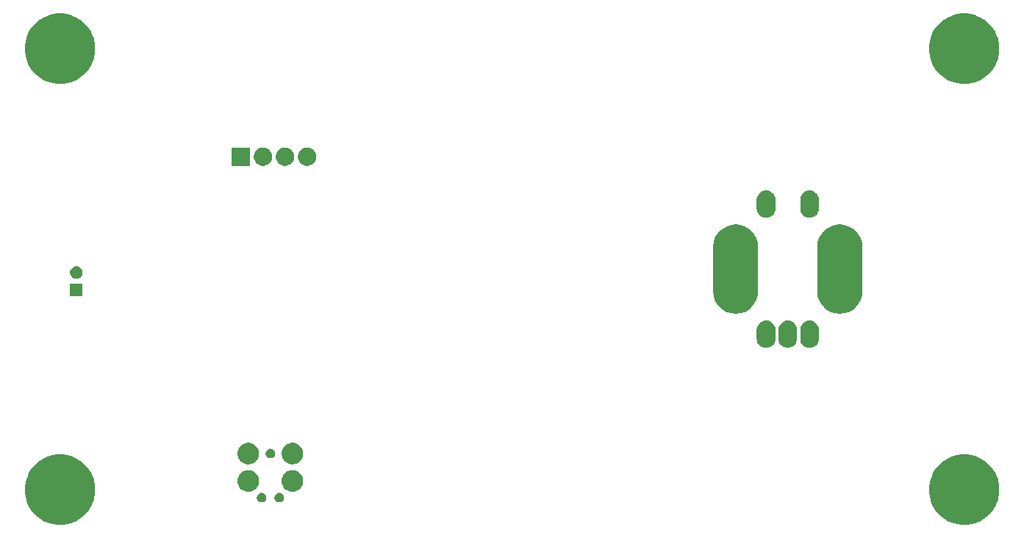
<source format=gbr>
G04 #@! TF.GenerationSoftware,KiCad,Pcbnew,5.1.2-5.1.2*
G04 #@! TF.CreationDate,2019-04-30T10:28:01-04:00*
G04 #@! TF.ProjectId,Controlpanel,436f6e74-726f-46c7-9061-6e656c2e6b69,rev?*
G04 #@! TF.SameCoordinates,Original*
G04 #@! TF.FileFunction,Soldermask,Bot*
G04 #@! TF.FilePolarity,Negative*
%FSLAX46Y46*%
G04 Gerber Fmt 4.6, Leading zero omitted, Abs format (unit mm)*
G04 Created by KiCad (PCBNEW 5.1.2-5.1.2) date 2019-04-30 10:28:01*
%MOMM*%
%LPD*%
G04 APERTURE LIST*
%ADD10C,0.100000*%
G04 APERTURE END LIST*
D10*
G36*
X262801632Y-102784677D02*
G01*
X262989858Y-102862643D01*
X263538868Y-103090050D01*
X264202362Y-103533383D01*
X264766617Y-104097638D01*
X265209950Y-104761132D01*
X265351462Y-105102774D01*
X265515323Y-105498368D01*
X265671000Y-106281010D01*
X265671000Y-107078990D01*
X265515323Y-107861632D01*
X265450247Y-108018739D01*
X265209950Y-108598868D01*
X264766617Y-109262362D01*
X264202362Y-109826617D01*
X263538868Y-110269950D01*
X263107005Y-110448833D01*
X262801632Y-110575323D01*
X262018990Y-110731000D01*
X261221010Y-110731000D01*
X260438368Y-110575323D01*
X260132995Y-110448833D01*
X259701132Y-110269950D01*
X259037638Y-109826617D01*
X258473383Y-109262362D01*
X258030050Y-108598868D01*
X257789753Y-108018739D01*
X257724677Y-107861632D01*
X257569000Y-107078990D01*
X257569000Y-106281010D01*
X257724677Y-105498368D01*
X257888538Y-105102774D01*
X258030050Y-104761132D01*
X258473383Y-104097638D01*
X259037638Y-103533383D01*
X259701132Y-103090050D01*
X260250142Y-102862643D01*
X260438368Y-102784677D01*
X261221010Y-102629000D01*
X262018990Y-102629000D01*
X262801632Y-102784677D01*
X262801632Y-102784677D01*
G37*
G36*
X158661632Y-102784677D02*
G01*
X158849858Y-102862643D01*
X159398868Y-103090050D01*
X160062362Y-103533383D01*
X160626617Y-104097638D01*
X161069950Y-104761132D01*
X161211462Y-105102774D01*
X161375323Y-105498368D01*
X161531000Y-106281010D01*
X161531000Y-107078990D01*
X161375323Y-107861632D01*
X161310247Y-108018739D01*
X161069950Y-108598868D01*
X160626617Y-109262362D01*
X160062362Y-109826617D01*
X159398868Y-110269950D01*
X158967005Y-110448833D01*
X158661632Y-110575323D01*
X157878990Y-110731000D01*
X157081010Y-110731000D01*
X156298368Y-110575323D01*
X155992995Y-110448833D01*
X155561132Y-110269950D01*
X154897638Y-109826617D01*
X154333383Y-109262362D01*
X153890050Y-108598868D01*
X153649753Y-108018739D01*
X153584677Y-107861632D01*
X153429000Y-107078990D01*
X153429000Y-106281010D01*
X153584677Y-105498368D01*
X153748538Y-105102774D01*
X153890050Y-104761132D01*
X154333383Y-104097638D01*
X154897638Y-103533383D01*
X155561132Y-103090050D01*
X156110142Y-102862643D01*
X156298368Y-102784677D01*
X157081010Y-102629000D01*
X157878990Y-102629000D01*
X158661632Y-102784677D01*
X158661632Y-102784677D01*
G37*
G36*
X180802178Y-107058597D02*
G01*
X180854950Y-107069094D01*
X180954370Y-107110275D01*
X181043846Y-107170061D01*
X181119939Y-107246154D01*
X181179725Y-107335630D01*
X181220906Y-107435050D01*
X181241900Y-107540594D01*
X181241900Y-107648206D01*
X181220906Y-107753750D01*
X181179725Y-107853170D01*
X181119939Y-107942646D01*
X181043846Y-108018739D01*
X180954370Y-108078525D01*
X180854950Y-108119706D01*
X180802178Y-108130203D01*
X180749407Y-108140700D01*
X180641793Y-108140700D01*
X180589022Y-108130203D01*
X180536250Y-108119706D01*
X180436830Y-108078525D01*
X180347354Y-108018739D01*
X180271261Y-107942646D01*
X180211475Y-107853170D01*
X180170294Y-107753750D01*
X180149300Y-107648206D01*
X180149300Y-107540594D01*
X180170294Y-107435050D01*
X180211475Y-107335630D01*
X180271261Y-107246154D01*
X180347354Y-107170061D01*
X180436830Y-107110275D01*
X180536250Y-107069094D01*
X180589022Y-107058597D01*
X180641793Y-107048100D01*
X180749407Y-107048100D01*
X180802178Y-107058597D01*
X180802178Y-107058597D01*
G37*
G36*
X182834178Y-107058597D02*
G01*
X182886950Y-107069094D01*
X182986370Y-107110275D01*
X183075846Y-107170061D01*
X183151939Y-107246154D01*
X183211725Y-107335630D01*
X183252906Y-107435050D01*
X183273900Y-107540594D01*
X183273900Y-107648206D01*
X183252906Y-107753750D01*
X183211725Y-107853170D01*
X183151939Y-107942646D01*
X183075846Y-108018739D01*
X182986370Y-108078525D01*
X182886950Y-108119706D01*
X182834178Y-108130203D01*
X182781407Y-108140700D01*
X182673793Y-108140700D01*
X182621022Y-108130203D01*
X182568250Y-108119706D01*
X182468830Y-108078525D01*
X182379354Y-108018739D01*
X182303261Y-107942646D01*
X182243475Y-107853170D01*
X182202294Y-107753750D01*
X182181300Y-107648206D01*
X182181300Y-107540594D01*
X182202294Y-107435050D01*
X182243475Y-107335630D01*
X182303261Y-107246154D01*
X182379354Y-107170061D01*
X182468830Y-107110275D01*
X182568250Y-107069094D01*
X182621022Y-107058597D01*
X182673793Y-107048100D01*
X182781407Y-107048100D01*
X182834178Y-107058597D01*
X182834178Y-107058597D01*
G37*
G36*
X184493210Y-104474747D02*
G01*
X184612842Y-104498543D01*
X184838226Y-104591900D01*
X185041066Y-104727433D01*
X185213567Y-104899934D01*
X185349100Y-105102774D01*
X185442457Y-105328158D01*
X185490050Y-105567423D01*
X185490050Y-105811377D01*
X185442457Y-106050642D01*
X185349100Y-106276026D01*
X185213567Y-106478866D01*
X185041066Y-106651367D01*
X184838226Y-106786900D01*
X184612842Y-106880257D01*
X184493210Y-106904053D01*
X184373578Y-106927850D01*
X184129622Y-106927850D01*
X184009990Y-106904053D01*
X183890358Y-106880257D01*
X183664974Y-106786900D01*
X183462134Y-106651367D01*
X183289633Y-106478866D01*
X183154100Y-106276026D01*
X183060743Y-106050642D01*
X183013150Y-105811377D01*
X183013150Y-105567423D01*
X183060743Y-105328158D01*
X183154100Y-105102774D01*
X183289633Y-104899934D01*
X183462134Y-104727433D01*
X183664974Y-104591900D01*
X183890358Y-104498543D01*
X184009990Y-104474747D01*
X184129622Y-104450950D01*
X184373578Y-104450950D01*
X184493210Y-104474747D01*
X184493210Y-104474747D01*
G37*
G36*
X179413210Y-104474747D02*
G01*
X179532842Y-104498543D01*
X179758226Y-104591900D01*
X179961066Y-104727433D01*
X180133567Y-104899934D01*
X180269100Y-105102774D01*
X180362457Y-105328158D01*
X180410050Y-105567423D01*
X180410050Y-105811377D01*
X180362457Y-106050642D01*
X180269100Y-106276026D01*
X180133567Y-106478866D01*
X179961066Y-106651367D01*
X179758226Y-106786900D01*
X179532842Y-106880257D01*
X179413210Y-106904053D01*
X179293578Y-106927850D01*
X179049622Y-106927850D01*
X178929990Y-106904053D01*
X178810358Y-106880257D01*
X178584974Y-106786900D01*
X178382134Y-106651367D01*
X178209633Y-106478866D01*
X178074100Y-106276026D01*
X177980743Y-106050642D01*
X177933150Y-105811377D01*
X177933150Y-105567423D01*
X177980743Y-105328158D01*
X178074100Y-105102774D01*
X178209633Y-104899934D01*
X178382134Y-104727433D01*
X178584974Y-104591900D01*
X178810358Y-104498543D01*
X178929990Y-104474747D01*
X179049622Y-104450950D01*
X179293578Y-104450950D01*
X179413210Y-104474747D01*
X179413210Y-104474747D01*
G37*
G36*
X184493209Y-101299746D02*
G01*
X184612842Y-101323543D01*
X184838226Y-101416900D01*
X185041066Y-101552433D01*
X185213567Y-101724934D01*
X185349100Y-101927774D01*
X185442457Y-102153158D01*
X185490050Y-102392423D01*
X185490050Y-102636377D01*
X185442457Y-102875642D01*
X185391558Y-102998524D01*
X185353647Y-103090050D01*
X185349100Y-103101026D01*
X185213567Y-103303866D01*
X185041066Y-103476367D01*
X184838226Y-103611900D01*
X184612842Y-103705257D01*
X184493210Y-103729053D01*
X184373578Y-103752850D01*
X184129622Y-103752850D01*
X184009990Y-103729053D01*
X183890358Y-103705257D01*
X183664974Y-103611900D01*
X183462134Y-103476367D01*
X183289633Y-103303866D01*
X183154100Y-103101026D01*
X183149554Y-103090050D01*
X183111642Y-102998524D01*
X183060743Y-102875642D01*
X183013150Y-102636377D01*
X183013150Y-102392423D01*
X183060743Y-102153158D01*
X183154100Y-101927774D01*
X183289633Y-101724934D01*
X183462134Y-101552433D01*
X183664974Y-101416900D01*
X183890358Y-101323543D01*
X184009990Y-101299747D01*
X184129622Y-101275950D01*
X184373578Y-101275950D01*
X184493209Y-101299746D01*
X184493209Y-101299746D01*
G37*
G36*
X179413209Y-101299746D02*
G01*
X179532842Y-101323543D01*
X179758226Y-101416900D01*
X179961066Y-101552433D01*
X180133567Y-101724934D01*
X180269100Y-101927774D01*
X180362457Y-102153158D01*
X180410050Y-102392423D01*
X180410050Y-102636377D01*
X180362457Y-102875642D01*
X180311558Y-102998524D01*
X180273647Y-103090050D01*
X180269100Y-103101026D01*
X180133567Y-103303866D01*
X179961066Y-103476367D01*
X179758226Y-103611900D01*
X179532842Y-103705257D01*
X179413210Y-103729053D01*
X179293578Y-103752850D01*
X179049622Y-103752850D01*
X178929990Y-103729053D01*
X178810358Y-103705257D01*
X178584974Y-103611900D01*
X178382134Y-103476367D01*
X178209633Y-103303866D01*
X178074100Y-103101026D01*
X178069554Y-103090050D01*
X178031642Y-102998524D01*
X177980743Y-102875642D01*
X177933150Y-102636377D01*
X177933150Y-102392423D01*
X177980743Y-102153158D01*
X178074100Y-101927774D01*
X178209633Y-101724934D01*
X178382134Y-101552433D01*
X178584974Y-101416900D01*
X178810358Y-101323543D01*
X178929990Y-101299747D01*
X179049622Y-101275950D01*
X179293578Y-101275950D01*
X179413209Y-101299746D01*
X179413209Y-101299746D01*
G37*
G36*
X181818178Y-101978597D02*
G01*
X181870950Y-101989094D01*
X181970370Y-102030275D01*
X182059846Y-102090061D01*
X182135939Y-102166154D01*
X182195725Y-102255630D01*
X182236906Y-102355050D01*
X182257900Y-102460594D01*
X182257900Y-102568206D01*
X182236906Y-102673750D01*
X182195725Y-102773170D01*
X182135939Y-102862646D01*
X182059846Y-102938739D01*
X181970370Y-102998525D01*
X181870950Y-103039706D01*
X181818178Y-103050203D01*
X181765407Y-103060700D01*
X181657793Y-103060700D01*
X181605022Y-103050203D01*
X181552250Y-103039706D01*
X181452830Y-102998525D01*
X181363354Y-102938739D01*
X181287261Y-102862646D01*
X181227475Y-102773170D01*
X181186294Y-102673750D01*
X181165300Y-102568206D01*
X181165300Y-102460594D01*
X181186294Y-102355050D01*
X181227475Y-102255630D01*
X181287261Y-102166154D01*
X181363354Y-102090061D01*
X181452830Y-102030275D01*
X181552250Y-101989094D01*
X181605022Y-101978597D01*
X181657793Y-101968100D01*
X181765407Y-101968100D01*
X181818178Y-101978597D01*
X181818178Y-101978597D01*
G37*
G36*
X239009167Y-87220439D02*
G01*
X239210298Y-87281451D01*
X239395661Y-87380530D01*
X239558133Y-87513867D01*
X239618236Y-87587102D01*
X239691471Y-87676339D01*
X239744682Y-87775890D01*
X239790549Y-87861701D01*
X239851561Y-88062832D01*
X239867000Y-88219589D01*
X239867000Y-89340411D01*
X239851561Y-89497168D01*
X239790549Y-89698299D01*
X239744682Y-89784110D01*
X239691471Y-89883661D01*
X239558133Y-90046133D01*
X239395661Y-90179471D01*
X239296110Y-90232682D01*
X239210299Y-90278549D01*
X239009168Y-90339561D01*
X238800000Y-90360162D01*
X238590833Y-90339561D01*
X238389702Y-90278549D01*
X238303891Y-90232682D01*
X238204340Y-90179471D01*
X238041868Y-90046133D01*
X237908530Y-89883660D01*
X237855024Y-89783558D01*
X237809452Y-89698299D01*
X237748439Y-89497168D01*
X237733000Y-89340411D01*
X237733000Y-88219590D01*
X237748439Y-88062833D01*
X237809451Y-87861702D01*
X237908530Y-87676339D01*
X238041867Y-87513867D01*
X238115102Y-87453764D01*
X238204339Y-87380529D01*
X238303890Y-87327318D01*
X238389701Y-87281451D01*
X238590832Y-87220439D01*
X238800000Y-87199838D01*
X239009167Y-87220439D01*
X239009167Y-87220439D01*
G37*
G36*
X244009167Y-87220439D02*
G01*
X244210298Y-87281451D01*
X244395661Y-87380530D01*
X244558133Y-87513867D01*
X244618236Y-87587102D01*
X244691471Y-87676339D01*
X244744682Y-87775890D01*
X244790549Y-87861701D01*
X244851561Y-88062832D01*
X244867000Y-88219589D01*
X244867000Y-89340411D01*
X244851561Y-89497168D01*
X244790549Y-89698299D01*
X244744682Y-89784110D01*
X244691471Y-89883661D01*
X244558133Y-90046133D01*
X244395661Y-90179471D01*
X244296110Y-90232682D01*
X244210299Y-90278549D01*
X244009168Y-90339561D01*
X243800000Y-90360162D01*
X243590833Y-90339561D01*
X243389702Y-90278549D01*
X243303891Y-90232682D01*
X243204340Y-90179471D01*
X243041868Y-90046133D01*
X242908530Y-89883660D01*
X242855024Y-89783558D01*
X242809452Y-89698299D01*
X242748439Y-89497168D01*
X242733000Y-89340411D01*
X242733000Y-88219590D01*
X242748439Y-88062833D01*
X242809451Y-87861702D01*
X242908530Y-87676339D01*
X243041867Y-87513867D01*
X243115102Y-87453764D01*
X243204339Y-87380529D01*
X243303890Y-87327318D01*
X243389701Y-87281451D01*
X243590832Y-87220439D01*
X243800000Y-87199838D01*
X244009167Y-87220439D01*
X244009167Y-87220439D01*
G37*
G36*
X241509167Y-87220439D02*
G01*
X241710298Y-87281451D01*
X241895661Y-87380530D01*
X242058133Y-87513867D01*
X242118236Y-87587102D01*
X242191471Y-87676339D01*
X242244682Y-87775890D01*
X242290549Y-87861701D01*
X242351561Y-88062832D01*
X242367000Y-88219589D01*
X242367000Y-89340411D01*
X242351561Y-89497168D01*
X242290549Y-89698299D01*
X242244682Y-89784110D01*
X242191471Y-89883661D01*
X242058133Y-90046133D01*
X241895661Y-90179471D01*
X241796110Y-90232682D01*
X241710299Y-90278549D01*
X241509168Y-90339561D01*
X241300000Y-90360162D01*
X241090833Y-90339561D01*
X240889702Y-90278549D01*
X240803891Y-90232682D01*
X240704340Y-90179471D01*
X240541868Y-90046133D01*
X240408530Y-89883660D01*
X240355024Y-89783558D01*
X240309452Y-89698299D01*
X240248439Y-89497168D01*
X240233000Y-89340411D01*
X240233000Y-88219590D01*
X240248439Y-88062833D01*
X240309451Y-87861702D01*
X240408530Y-87676339D01*
X240541867Y-87513867D01*
X240615102Y-87453764D01*
X240704339Y-87380529D01*
X240803890Y-87327318D01*
X240889701Y-87281451D01*
X241090832Y-87220439D01*
X241300000Y-87199838D01*
X241509167Y-87220439D01*
X241509167Y-87220439D01*
G37*
G36*
X247807924Y-76186490D02*
G01*
X248296329Y-76334646D01*
X248296332Y-76334647D01*
X248746445Y-76575238D01*
X248746447Y-76575239D01*
X248746446Y-76575239D01*
X249140978Y-76899022D01*
X249415529Y-77233563D01*
X249464762Y-77293554D01*
X249705353Y-77743667D01*
X249705353Y-77743668D01*
X249705354Y-77743670D01*
X249853510Y-78232075D01*
X249891000Y-78612719D01*
X249891000Y-83947281D01*
X249853510Y-84327925D01*
X249705354Y-84816330D01*
X249705353Y-84816333D01*
X249464762Y-85266446D01*
X249140978Y-85660978D01*
X248746446Y-85984762D01*
X248296333Y-86225353D01*
X248296330Y-86225354D01*
X247807925Y-86373510D01*
X247300000Y-86423536D01*
X246792076Y-86373510D01*
X246303671Y-86225354D01*
X246303668Y-86225353D01*
X245853555Y-85984762D01*
X245459023Y-85660978D01*
X245135239Y-85266446D01*
X244894648Y-84816333D01*
X244894647Y-84816330D01*
X244746491Y-84327925D01*
X244709001Y-83947281D01*
X244709000Y-78612720D01*
X244746490Y-78232076D01*
X244894646Y-77743671D01*
X244894647Y-77743668D01*
X245135238Y-77293555D01*
X245193300Y-77222806D01*
X245459022Y-76899022D01*
X245853553Y-76575239D01*
X245853552Y-76575239D01*
X245853554Y-76575238D01*
X246303667Y-76334647D01*
X246303670Y-76334646D01*
X246792075Y-76186490D01*
X247300000Y-76136464D01*
X247807924Y-76186490D01*
X247807924Y-76186490D01*
G37*
G36*
X235807924Y-76186490D02*
G01*
X236296329Y-76334646D01*
X236296332Y-76334647D01*
X236746445Y-76575238D01*
X236746447Y-76575239D01*
X236746446Y-76575239D01*
X237140978Y-76899022D01*
X237415529Y-77233563D01*
X237464762Y-77293554D01*
X237705353Y-77743667D01*
X237705353Y-77743668D01*
X237705354Y-77743670D01*
X237853510Y-78232075D01*
X237891000Y-78612719D01*
X237891000Y-83947281D01*
X237853510Y-84327925D01*
X237705354Y-84816330D01*
X237705353Y-84816333D01*
X237464762Y-85266446D01*
X237140978Y-85660978D01*
X236746446Y-85984762D01*
X236296333Y-86225353D01*
X236296330Y-86225354D01*
X235807925Y-86373510D01*
X235300000Y-86423536D01*
X234792076Y-86373510D01*
X234303671Y-86225354D01*
X234303668Y-86225353D01*
X233853555Y-85984762D01*
X233459023Y-85660978D01*
X233135239Y-85266446D01*
X232894648Y-84816333D01*
X232894647Y-84816330D01*
X232746491Y-84327925D01*
X232709001Y-83947281D01*
X232709000Y-78612720D01*
X232746490Y-78232076D01*
X232894646Y-77743671D01*
X232894647Y-77743668D01*
X233135238Y-77293555D01*
X233193300Y-77222806D01*
X233459022Y-76899022D01*
X233853553Y-76575239D01*
X233853552Y-76575239D01*
X233853554Y-76575238D01*
X234303667Y-76334647D01*
X234303670Y-76334646D01*
X234792075Y-76186490D01*
X235300000Y-76136464D01*
X235807924Y-76186490D01*
X235807924Y-76186490D01*
G37*
G36*
X160085600Y-84393600D02*
G01*
X158633600Y-84393600D01*
X158633600Y-82941600D01*
X160085600Y-82941600D01*
X160085600Y-84393600D01*
X160085600Y-84393600D01*
G37*
G36*
X159430813Y-80945102D02*
G01*
X159501921Y-80952105D01*
X159638772Y-80993619D01*
X159638775Y-80993620D01*
X159764894Y-81061032D01*
X159875443Y-81151757D01*
X159966168Y-81262306D01*
X160033580Y-81388425D01*
X160033581Y-81388428D01*
X160075095Y-81525279D01*
X160089112Y-81667600D01*
X160075095Y-81809921D01*
X160033581Y-81946772D01*
X160033580Y-81946775D01*
X159966168Y-82072894D01*
X159875443Y-82183443D01*
X159764894Y-82274168D01*
X159638775Y-82341580D01*
X159638772Y-82341581D01*
X159501921Y-82383095D01*
X159430813Y-82390098D01*
X159395260Y-82393600D01*
X159323940Y-82393600D01*
X159288387Y-82390098D01*
X159217279Y-82383095D01*
X159080428Y-82341581D01*
X159080425Y-82341580D01*
X158954306Y-82274168D01*
X158843757Y-82183443D01*
X158753032Y-82072894D01*
X158685620Y-81946775D01*
X158685619Y-81946772D01*
X158644105Y-81809921D01*
X158630088Y-81667600D01*
X158644105Y-81525279D01*
X158685619Y-81388428D01*
X158685620Y-81388425D01*
X158753032Y-81262306D01*
X158843757Y-81151757D01*
X158954306Y-81061032D01*
X159080425Y-80993620D01*
X159080428Y-80993619D01*
X159217279Y-80952105D01*
X159288387Y-80945102D01*
X159323940Y-80941600D01*
X159395260Y-80941600D01*
X159430813Y-80945102D01*
X159430813Y-80945102D01*
G37*
G36*
X244009167Y-72220439D02*
G01*
X244210298Y-72281451D01*
X244395661Y-72380530D01*
X244558133Y-72513867D01*
X244618236Y-72587102D01*
X244691471Y-72676339D01*
X244744682Y-72775890D01*
X244790549Y-72861701D01*
X244851561Y-73062832D01*
X244867000Y-73219589D01*
X244867000Y-74340411D01*
X244851561Y-74497168D01*
X244790549Y-74698299D01*
X244744682Y-74784110D01*
X244691471Y-74883661D01*
X244558133Y-75046133D01*
X244395661Y-75179471D01*
X244296110Y-75232682D01*
X244210299Y-75278549D01*
X244009168Y-75339561D01*
X243800000Y-75360162D01*
X243590833Y-75339561D01*
X243389702Y-75278549D01*
X243303891Y-75232682D01*
X243204340Y-75179471D01*
X243041868Y-75046133D01*
X242908530Y-74883660D01*
X242855024Y-74783558D01*
X242809452Y-74698299D01*
X242748439Y-74497168D01*
X242733000Y-74340411D01*
X242733000Y-73219590D01*
X242748439Y-73062833D01*
X242809451Y-72861702D01*
X242908530Y-72676339D01*
X243041867Y-72513867D01*
X243115102Y-72453764D01*
X243204339Y-72380529D01*
X243303890Y-72327318D01*
X243389701Y-72281451D01*
X243590832Y-72220439D01*
X243800000Y-72199838D01*
X244009167Y-72220439D01*
X244009167Y-72220439D01*
G37*
G36*
X239009167Y-72220439D02*
G01*
X239210298Y-72281451D01*
X239395661Y-72380530D01*
X239558133Y-72513867D01*
X239618236Y-72587102D01*
X239691471Y-72676339D01*
X239744682Y-72775890D01*
X239790549Y-72861701D01*
X239851561Y-73062832D01*
X239867000Y-73219589D01*
X239867000Y-74340411D01*
X239851561Y-74497168D01*
X239790549Y-74698299D01*
X239744682Y-74784110D01*
X239691471Y-74883661D01*
X239558133Y-75046133D01*
X239395661Y-75179471D01*
X239296110Y-75232682D01*
X239210299Y-75278549D01*
X239009168Y-75339561D01*
X238800000Y-75360162D01*
X238590833Y-75339561D01*
X238389702Y-75278549D01*
X238303891Y-75232682D01*
X238204340Y-75179471D01*
X238041868Y-75046133D01*
X237908530Y-74883660D01*
X237855024Y-74783558D01*
X237809452Y-74698299D01*
X237748439Y-74497168D01*
X237733000Y-74340411D01*
X237733000Y-73219590D01*
X237748439Y-73062833D01*
X237809451Y-72861702D01*
X237908530Y-72676339D01*
X238041867Y-72513867D01*
X238115102Y-72453764D01*
X238204339Y-72380529D01*
X238303890Y-72327318D01*
X238389701Y-72281451D01*
X238590832Y-72220439D01*
X238800000Y-72199838D01*
X239009167Y-72220439D01*
X239009167Y-72220439D01*
G37*
G36*
X186234564Y-67315389D02*
G01*
X186425833Y-67394615D01*
X186425835Y-67394616D01*
X186597973Y-67509635D01*
X186744365Y-67656027D01*
X186859385Y-67828167D01*
X186938611Y-68019436D01*
X186979000Y-68222484D01*
X186979000Y-68429516D01*
X186938611Y-68632564D01*
X186859385Y-68823833D01*
X186859384Y-68823835D01*
X186744365Y-68995973D01*
X186597973Y-69142365D01*
X186425835Y-69257384D01*
X186425834Y-69257385D01*
X186425833Y-69257385D01*
X186234564Y-69336611D01*
X186031516Y-69377000D01*
X185824484Y-69377000D01*
X185621436Y-69336611D01*
X185430167Y-69257385D01*
X185430166Y-69257385D01*
X185430165Y-69257384D01*
X185258027Y-69142365D01*
X185111635Y-68995973D01*
X184996616Y-68823835D01*
X184996615Y-68823833D01*
X184917389Y-68632564D01*
X184877000Y-68429516D01*
X184877000Y-68222484D01*
X184917389Y-68019436D01*
X184996615Y-67828167D01*
X185111635Y-67656027D01*
X185258027Y-67509635D01*
X185430165Y-67394616D01*
X185430167Y-67394615D01*
X185621436Y-67315389D01*
X185824484Y-67275000D01*
X186031516Y-67275000D01*
X186234564Y-67315389D01*
X186234564Y-67315389D01*
G37*
G36*
X183694564Y-67315389D02*
G01*
X183885833Y-67394615D01*
X183885835Y-67394616D01*
X184057973Y-67509635D01*
X184204365Y-67656027D01*
X184319385Y-67828167D01*
X184398611Y-68019436D01*
X184439000Y-68222484D01*
X184439000Y-68429516D01*
X184398611Y-68632564D01*
X184319385Y-68823833D01*
X184319384Y-68823835D01*
X184204365Y-68995973D01*
X184057973Y-69142365D01*
X183885835Y-69257384D01*
X183885834Y-69257385D01*
X183885833Y-69257385D01*
X183694564Y-69336611D01*
X183491516Y-69377000D01*
X183284484Y-69377000D01*
X183081436Y-69336611D01*
X182890167Y-69257385D01*
X182890166Y-69257385D01*
X182890165Y-69257384D01*
X182718027Y-69142365D01*
X182571635Y-68995973D01*
X182456616Y-68823835D01*
X182456615Y-68823833D01*
X182377389Y-68632564D01*
X182337000Y-68429516D01*
X182337000Y-68222484D01*
X182377389Y-68019436D01*
X182456615Y-67828167D01*
X182571635Y-67656027D01*
X182718027Y-67509635D01*
X182890165Y-67394616D01*
X182890167Y-67394615D01*
X183081436Y-67315389D01*
X183284484Y-67275000D01*
X183491516Y-67275000D01*
X183694564Y-67315389D01*
X183694564Y-67315389D01*
G37*
G36*
X181154564Y-67315389D02*
G01*
X181345833Y-67394615D01*
X181345835Y-67394616D01*
X181517973Y-67509635D01*
X181664365Y-67656027D01*
X181779385Y-67828167D01*
X181858611Y-68019436D01*
X181899000Y-68222484D01*
X181899000Y-68429516D01*
X181858611Y-68632564D01*
X181779385Y-68823833D01*
X181779384Y-68823835D01*
X181664365Y-68995973D01*
X181517973Y-69142365D01*
X181345835Y-69257384D01*
X181345834Y-69257385D01*
X181345833Y-69257385D01*
X181154564Y-69336611D01*
X180951516Y-69377000D01*
X180744484Y-69377000D01*
X180541436Y-69336611D01*
X180350167Y-69257385D01*
X180350166Y-69257385D01*
X180350165Y-69257384D01*
X180178027Y-69142365D01*
X180031635Y-68995973D01*
X179916616Y-68823835D01*
X179916615Y-68823833D01*
X179837389Y-68632564D01*
X179797000Y-68429516D01*
X179797000Y-68222484D01*
X179837389Y-68019436D01*
X179916615Y-67828167D01*
X180031635Y-67656027D01*
X180178027Y-67509635D01*
X180350165Y-67394616D01*
X180350167Y-67394615D01*
X180541436Y-67315389D01*
X180744484Y-67275000D01*
X180951516Y-67275000D01*
X181154564Y-67315389D01*
X181154564Y-67315389D01*
G37*
G36*
X179359000Y-69377000D02*
G01*
X177257000Y-69377000D01*
X177257000Y-67275000D01*
X179359000Y-67275000D01*
X179359000Y-69377000D01*
X179359000Y-69377000D01*
G37*
G36*
X262801632Y-51984677D02*
G01*
X263107005Y-52111167D01*
X263538868Y-52290050D01*
X264202362Y-52733383D01*
X264766617Y-53297638D01*
X265209950Y-53961132D01*
X265388833Y-54392995D01*
X265515323Y-54698368D01*
X265671000Y-55481010D01*
X265671000Y-56278990D01*
X265515323Y-57061632D01*
X265388833Y-57367005D01*
X265209950Y-57798868D01*
X264766617Y-58462362D01*
X264202362Y-59026617D01*
X263538868Y-59469950D01*
X263107005Y-59648833D01*
X262801632Y-59775323D01*
X262018990Y-59931000D01*
X261221010Y-59931000D01*
X260438368Y-59775323D01*
X260132995Y-59648833D01*
X259701132Y-59469950D01*
X259037638Y-59026617D01*
X258473383Y-58462362D01*
X258030050Y-57798868D01*
X257851167Y-57367005D01*
X257724677Y-57061632D01*
X257569000Y-56278990D01*
X257569000Y-55481010D01*
X257724677Y-54698368D01*
X257851167Y-54392995D01*
X258030050Y-53961132D01*
X258473383Y-53297638D01*
X259037638Y-52733383D01*
X259701132Y-52290050D01*
X260132995Y-52111167D01*
X260438368Y-51984677D01*
X261221010Y-51829000D01*
X262018990Y-51829000D01*
X262801632Y-51984677D01*
X262801632Y-51984677D01*
G37*
G36*
X158661632Y-51984677D02*
G01*
X158967005Y-52111167D01*
X159398868Y-52290050D01*
X160062362Y-52733383D01*
X160626617Y-53297638D01*
X161069950Y-53961132D01*
X161248833Y-54392995D01*
X161375323Y-54698368D01*
X161531000Y-55481010D01*
X161531000Y-56278990D01*
X161375323Y-57061632D01*
X161248833Y-57367005D01*
X161069950Y-57798868D01*
X160626617Y-58462362D01*
X160062362Y-59026617D01*
X159398868Y-59469950D01*
X158967005Y-59648833D01*
X158661632Y-59775323D01*
X157878990Y-59931000D01*
X157081010Y-59931000D01*
X156298368Y-59775323D01*
X155992995Y-59648833D01*
X155561132Y-59469950D01*
X154897638Y-59026617D01*
X154333383Y-58462362D01*
X153890050Y-57798868D01*
X153711167Y-57367005D01*
X153584677Y-57061632D01*
X153429000Y-56278990D01*
X153429000Y-55481010D01*
X153584677Y-54698368D01*
X153711167Y-54392995D01*
X153890050Y-53961132D01*
X154333383Y-53297638D01*
X154897638Y-52733383D01*
X155561132Y-52290050D01*
X155992995Y-52111167D01*
X156298368Y-51984677D01*
X157081010Y-51829000D01*
X157878990Y-51829000D01*
X158661632Y-51984677D01*
X158661632Y-51984677D01*
G37*
M02*

</source>
